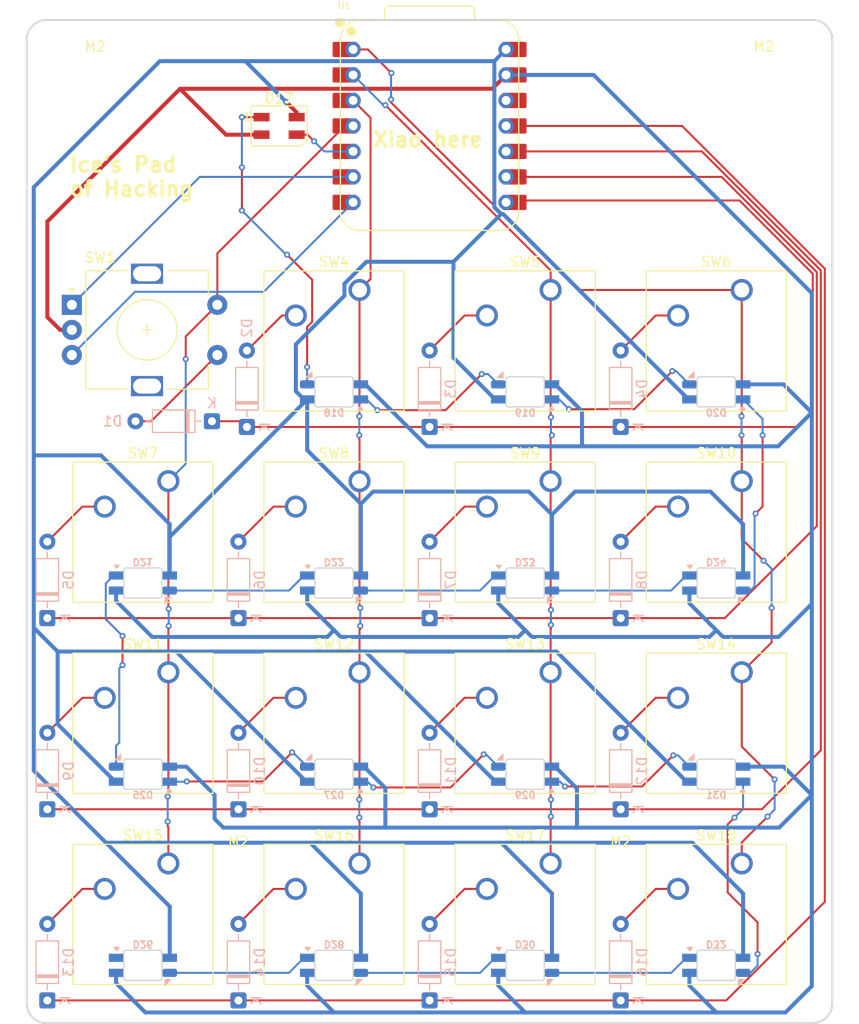
<source format=kicad_pcb>
(kicad_pcb (version 20241229) (generator "pcbnew") (generator_version "9.0")
  (layers (0 "F.Cu" signal) (2 "B.Cu" signal) (13 "F.Paste" user) (15 "B.Paste" user) (5 "F.SilkS" user "F.Silkscreen") (7 "B.SilkS" user "B.Silkscreen") (1 "F.Mask" user) (3 "B.Mask" user) (25 "Edge.Cuts" user))
  (net 0 "")
  (net 1 "Net-(D1-A)")
  (net 2 "Net-(D2-A)")
  (net 3 "Net-(D3-A)")
  (net 4 "Net-(D4-A)")
  (net 5 "Net-(D5-A)")
  (net 6 "Net-(D6-A)")
  (net 7 "Net-(D7-A)")
  (net 8 "Net-(D8-A)")
  (net 9 "Net-(D9-A)")
  (net 10 "Net-(D10-A)")
  (net 11 "Net-(D11-A)")
  (net 12 "Net-(D12-A)")
  (net 13 "Net-(D13-A)")
  (net 14 "Net-(D14-A)")
  (net 15 "Net-(D15-A)")
  (net 16 "Net-(D16-A)")
  (net 17 "+5V")
  (net 18 "GND")
  (net 19 "Net-(D17-DOUT)")
  (net 20 "Net-(D17-DIN)")
  (net 21 "Net-(D18-DOUT)")
  (net 22 "Net-(D19-DOUT)")
  (net 23 "Net-(D20-DOUT)")
  (net 24 "Net-(D21-DOUT)")
  (net 25 "Net-(D21-DIN)")
  (net 26 "Net-(D22-DIN)")
  (net 27 "Net-(D23-DIN)")
  (net 28 "Net-(D25-DOUT)")
  (net 30 "Net-(D26-DIN)")
  (net 31 "Net-(D27-DOUT)")
  (net 32 "Net-(D28-DIN)")
  (net 33 "Net-(D29-DOUT)")
  (net 34 "Net-(D30-DIN)")
  (net 35 "Net-(D31-DOUT)")
  (net 36 "Column-1")
  (net 37 "Net-(U1-GPIO0{slash}TX)")
  (net 38 "Net-(U1-GPIO7{slash}SCL)")
  (net 39 "Column-2")
  (net 40 "Column-3")
  (net 41 "Column-4")
  (net 42 "Row-4")
  (net 44 "Row-3")
  (net 45 "Row-2")
  (net 46 "Row-1")
  (footprint "Button_Switch_Keyboard:SW_Cherry_MX_1.00u_PCB" (layer "F.Cu") (at 157.32125 109.22)
    (property "Reference" "SW12")
    (property "Value" "SW_Push")
  )
  (footprint "MountingHole:MountingHole_2.2mm_M2" (layer "F.Cu") (at 197.64375 50.00625)
    (property "Reference" "M2")
    (property "Value" "MountingHole_2.2mm_M2")
  )
  (footprint "Button_Switch_Keyboard:SW_Cherry_MX_1.00u_PCB" (layer "F.Cu") (at 195.42125 109.22)
    (property "Reference" "SW14")
    (property "Value" "SW_Push")
  )
  (footprint "MountingHole:MountingHole_2.2mm_M2" (layer "F.Cu") (at 145.25625 129.25)
    (property "Reference" "M2")
    (property "Value" "MountingHole_2.2mm_M2")
  )
  (footprint "Button_Switch_Keyboard:SW_Cherry_MX_1.00u_PCB" (layer "F.Cu") (at 176.37125 90.17)
    (property "Reference" "SW9")
    (property "Value" "SW_Push")
  )
  (footprint "Button_Switch_Keyboard:SW_Cherry_MX_1.00u_PCB" (layer "F.Cu") (at 138.27125 90.17)
    (property "Reference" "SW7")
    (property "Value" "SW_Push")
  )
  (footprint "Button_Switch_Keyboard:SW_Cherry_MX_1.00u_PCB" (layer "F.Cu") (at 176.37125 71.12)
    (property "Reference" "SW5")
    (property "Value" "SW_Push")
  )
  (footprint "Button_Switch_Keyboard:SW_Cherry_MX_1.00u_PCB" (layer "F.Cu") (at 195.42125 128.27)
    (property "Reference" "SW18")
    (property "Value" "SW_Push")
  )
  (footprint "Button_Switch_Keyboard:SW_Cherry_MX_1.00u_PCB" (layer "F.Cu") (at 157.32125 90.17)
    (property "Reference" "SW8")
    (property "Value" "SW_Push")
  )
  (footprint "LED_SMD:LED_SK6812MINI_PLCC4_3.5x3.5mm_P1.75mm" (layer "F.Cu") (at 149.30625 54.76875)
    (property "Reference" "D17")
    (property "Value" "SK6812MINI")
  )
  (footprint "Button_Switch_Keyboard:SW_Cherry_MX_1.00u_PCB" (layer "F.Cu") (at 138.27125 109.22)
    (property "Reference" "SW11")
    (property "Value" "SW_Push")
  )
  (footprint "MountingHole:MountingHole_2.2mm_M2" (layer "F.Cu") (at 130.96875 50.00625)
    (property "Reference" "M2")
    (property "Value" "MountingHole_2.2mm_M2")
  )
  (footprint "Button_Switch_Keyboard:SW_Cherry_MX_1.00u_PCB" (layer "F.Cu") (at 195.42125 90.17)
    (property "Reference" "SW10")
    (property "Value" "SW_Push")
  )
  (footprint "Button_Switch_Keyboard:SW_Cherry_MX_1.00u_PCB" (layer "F.Cu") (at 157.32125 128.27)
    (property "Reference" "SW16")
    (property "Value" "SW_Push")
  )
  (footprint "Button_Switch_Keyboard:SW_Cherry_MX_1.00u_PCB" (layer "F.Cu") (at 176.37125 128.27)
    (property "Reference" "SW17")
    (property "Value" "SW_Push")
  )
  (footprint "Button_Switch_Keyboard:SW_Cherry_MX_1.00u_PCB" (layer "F.Cu") (at 157.32125 71.12)
    (property "Reference" "SW4")
    (property "Value" "SW_Push")
  )
  (footprint "Button_Switch_Keyboard:SW_Cherry_MX_1.00u_PCB" (layer "F.Cu") (at 176.37125 109.22)
    (property "Reference" "SW13")
    (property "Value" "SW_Push")
  )
  (footprint "Extra:RotaryEncoder_Alps_EC11E-Switch_Vertical_H20mm" (layer "F.Cu") (at 128.65 72.6)
    (property "Reference" "SW1")
    (property "Value" "RotaryEncoder_Switch")
  )
  (footprint "Button_Switch_Keyboard:SW_Cherry_MX_1.00u_PCB" (layer "F.Cu") (at 195.42125 71.12)
    (property "Reference" "SW6")
    (property "Value" "SW_Push")
  )
  (footprint "Button_Switch_Keyboard:SW_Cherry_MX_1.00u_PCB" (layer "F.Cu") (at 138.27125 128.27)
    (property "Reference" "SW15")
    (property "Value" "SW_Push")
  )
  (footprint "MountingHole:MountingHole_2.2mm_M2" (layer "F.Cu") (at 183.35625 129.25)
    (property "Reference" "M2")
    (property "Value" "MountingHole_2.2mm_M2")
  )
  (footprint "OPL:XIAO-RP2040-DIP" (layer "F.Cu") (at 164.30625 54.76875)
    (property "Reference" "U1")
    (property "Value" "XIAO-RP2040-DIP")
  )
  (footprint "Extra:SK6812-MINI-E" (layer "B.Cu") (at 154.78125 138.425)
    (property "Reference" "D28")
    (property "Value" "SK6812MINI" (hide yes))
    (fp_line (start -1.9 -1.3) (end -1.9 1.3) (stroke (width 0.12)) (layer "Edge.Cuts"))
    (fp_line (start -1.7 1.5) (end 1.7 1.5) (stroke (width 0.12)) (layer "Edge.Cuts"))
    (fp_line (start 1.7 -1.5) (end -1.7 -1.5) (stroke (width 0.12)) (layer "Edge.Cuts"))
    (fp_line (start 1.9 1.3) (end 1.9 -1.3) (stroke (width 0.12)) (layer "Edge.Cuts"))
    (fp_arc (start -1.9 -1.3) (mid -1.841421 -1.441421) (end -1.7 -1.5) (stroke (width 0.12)) (layer "Edge.Cuts"))
    (fp_arc (start -1.7 1.5) (mid -1.841421 1.441421) (end -1.9 1.3) (stroke (width 0.12)) (layer "Edge.Cuts"))
    (fp_arc (start 1.7 -1.5) (mid 1.841421 -1.441421) (end 1.9 -1.3) (stroke (width 0.12)) (layer "Edge.Cuts"))
    (fp_arc (start 1.9 1.3) (mid 1.841421 1.441421) (end 1.7 1.5) (stroke (width 0.12)) (layer "Edge.Cuts"))
  )
  (footprint "Diode_THT:D_DO-35_SOD27_P7.62mm_Horizontal" (layer "B.Cu") (at 126.20625 122.8725 90)
    (property "Reference" "D9")
    (property "Value" "1N4148")
  )
  (footprint "Diode_THT:D_DO-35_SOD27_P7.62mm_Horizontal" (layer "B.Cu") (at 126.20625 141.9225 90)
    (property "Reference" "D13")
    (property "Value" "1N4148")
  )
  (footprint "Extra:SK6812-MINI-E" (layer "B.Cu") (at 154.78125 100.325)
    (property "Reference" "D22")
    (property "Value" "SK6812MINI" (hide yes))
    (fp_line (start -1.9 -1.3) (end -1.9 1.3) (stroke (width 0.12)) (layer "Edge.Cuts"))
    (fp_line (start -1.7 1.5) (end 1.7 1.5) (stroke (width 0.12)) (layer "Edge.Cuts"))
    (fp_line (start 1.7 -1.5) (end -1.7 -1.5) (stroke (width 0.12)) (layer "Edge.Cuts"))
    (fp_line (start 1.9 1.3) (end 1.9 -1.3) (stroke (width 0.12)) (layer "Edge.Cuts"))
    (fp_arc (start -1.9 -1.3) (mid -1.841421 -1.441421) (end -1.7 -1.5) (stroke (width 0.12)) (layer "Edge.Cuts"))
    (fp_arc (start -1.7 1.5) (mid -1.841421 1.441421) (end -1.9 1.3) (stroke (width 0.12)) (layer "Edge.Cuts"))
    (fp_arc (start 1.7 -1.5) (mid 1.841421 -1.441421) (end 1.9 -1.3) (stroke (width 0.12)) (layer "Edge.Cuts"))
    (fp_arc (start 1.9 1.3) (mid 1.841421 1.441421) (end 1.7 1.5) (stroke (width 0.12)) (layer "Edge.Cuts"))
  )
  (footprint "Extra:SK6812-MINI-E" (layer "B.Cu") (at 173.83125 138.425)
    (property "Reference" "D30")
    (property "Value" "SK6812MINI" (hide yes))
    (fp_line (start -1.9 -1.3) (end -1.9 1.3) (stroke (width 0.12)) (layer "Edge.Cuts"))
    (fp_line (start -1.7 1.5) (end 1.7 1.5) (stroke (width 0.12)) (layer "Edge.Cuts"))
    (fp_line (start 1.7 -1.5) (end -1.7 -1.5) (stroke (width 0.12)) (layer "Edge.Cuts"))
    (fp_line (start 1.9 1.3) (end 1.9 -1.3) (stroke (width 0.12)) (layer "Edge.Cuts"))
    (fp_arc (start -1.9 -1.3) (mid -1.841421 -1.441421) (end -1.7 -1.5) (stroke (width 0.12)) (layer "Edge.Cuts"))
    (fp_arc (start -1.7 1.5) (mid -1.841421 1.441421) (end -1.9 1.3) (stroke (width 0.12)) (layer "Edge.Cuts"))
    (fp_arc (start 1.7 -1.5) (mid 1.841421 -1.441421) (end 1.9 -1.3) (stroke (width 0.12)) (layer "Edge.Cuts"))
    (fp_arc (start 1.9 1.3) (mid 1.841421 1.441421) (end 1.7 1.5) (stroke (width 0.12)) (layer "Edge.Cuts"))
  )
  (footprint "Diode_THT:D_DO-35_SOD27_P7.62mm_Horizontal" (layer "B.Cu") (at 145.25625 141.9225 90)
    (property "Reference" "D14")
    (property "Value" "1N4148")
  )
  (footprint "Extra:SK6812-MINI-E" (layer "B.Cu") (at 135.73125 119.375 180)
    (property "Reference" "D25")
    (property "Value" "SK6812MINI" (hide yes))
    (fp_line (start 1.9 1.3) (end 1.9 -1.3) (stroke (width 0.12)) (layer "Edge.Cuts"))
    (fp_line (start 1.7 -1.5) (end -1.7 -1.5) (stroke (width 0.12)) (layer "Edge.Cuts"))
    (fp_line (start -1.7 1.5) (end 1.7 1.5) (stroke (width 0.12)) (layer "Edge.Cuts"))
    (fp_line (start -1.9 -1.3) (end -1.9 1.3) (stroke (width 0.12)) (layer "Edge.Cuts"))
    (fp_arc (start 1.9 1.3) (mid 1.841421 1.441421) (end 1.7 1.5) (stroke (width 0.12)) (layer "Edge.Cuts"))
    (fp_arc (start 1.7 -1.5) (mid 1.841421 -1.441421) (end 1.9 -1.3) (stroke (width 0.12)) (layer "Edge.Cuts"))
    (fp_arc (start -1.7 1.5) (mid -1.841421 1.441421) (end -1.9 1.3) (stroke (width 0.12)) (layer "Edge.Cuts"))
    (fp_arc (start -1.9 -1.3) (mid -1.841421 -1.441421) (end -1.7 -1.5) (stroke (width 0.12)) (layer "Edge.Cuts"))
  )
  (footprint "Diode_THT:D_DO-35_SOD27_P7.62mm_Horizontal" (layer "B.Cu") (at 145.25625 122.8725 90)
    (property "Reference" "D10")
    (property "Value" "1N4148")
  )
  (footprint "Extra:SK6812-MINI-E" (layer "B.Cu") (at 173.83125 100.325)
    (property "Reference" "D23")
    (property "Value" "SK6812MINI" (hide yes))
    (fp_line (start -1.9 -1.3) (end -1.9 1.3) (stroke (width 0.12)) (layer "Edge.Cuts"))
    (fp_line (start -1.7 1.5) (end 1.7 1.5) (stroke (width 0.12)) (layer "Edge.Cuts"))
    (fp_line (start 1.7 -1.5) (end -1.7 -1.5) (stroke (width 0.12)) (layer "Edge.Cuts"))
    (fp_line (start 1.9 1.3) (end 1.9 -1.3) (stroke (width 0.12)) (layer "Edge.Cuts"))
    (fp_arc (start -1.9 -1.3) (mid -1.841421 -1.441421) (end -1.7 -1.5) (stroke (width 0.12)) (layer "Edge.Cuts"))
    (fp_arc (start -1.7 1.5) (mid -1.841421 1.441421) (end -1.9 1.3) (stroke (width 0.12)) (layer "Edge.Cuts"))
    (fp_arc (start 1.7 -1.5) (mid 1.841421 -1.441421) (end 1.9 -1.3) (stroke (width 0.12)) (layer "Edge.Cuts"))
    (fp_arc (start 1.9 1.3) (mid 1.841421 1.441421) (end 1.7 1.5) (stroke (width 0.12)) (layer "Edge.Cuts"))
  )
  (footprint "Extra:SK6812-MINI-E" (layer "B.Cu") (at 173.83125 119.375 180)
    (property "Reference" "D29")
    (property "Value" "SK6812MINI" (hide yes))
    (fp_line (start 1.9 1.3) (end 1.9 -1.3) (stroke (width 0.12)) (layer "Edge.Cuts"))
    (fp_line (start 1.7 -1.5) (end -1.7 -1.5) (stroke (width 0.12)) (layer "Edge.Cuts"))
    (fp_line (start -1.7 1.5) (end 1.7 1.5) (stroke (width 0.12)) (layer "Edge.Cuts"))
    (fp_line (start -1.9 -1.3) (end -1.9 1.3) (stroke (width 0.12)) (layer "Edge.Cuts"))
    (fp_arc (start 1.9 1.3) (mid 1.841421 1.441421) (end 1.7 1.5) (stroke (width 0.12)) (layer "Edge.Cuts"))
    (fp_arc (start 1.7 -1.5) (mid 1.841421 -1.441421) (end 1.9 -1.3) (stroke (width 0.12)) (layer "Edge.Cuts"))
    (fp_arc (start -1.7 1.5) (mid -1.841421 1.441421) (end -1.9 1.3) (stroke (width 0.12)) (layer "Edge.Cuts"))
    (fp_arc (start -1.9 -1.3) (mid -1.841421 -1.441421) (end -1.7 -1.5) (stroke (width 0.12)) (layer "Edge.Cuts"))
  )
  (footprint "Extra:SK6812-MINI-E" (layer "B.Cu") (at 154.78125 81.275 180)
    (property "Reference" "D18")
    (property "Value" "SK6812MINI" (hide yes))
    (fp_line (start 1.9 1.3) (end 1.9 -1.3) (stroke (width 0.12)) (layer "Edge.Cuts"))
    (fp_line (start 1.7 -1.5) (end -1.7 -1.5) (stroke (width 0.12)) (layer "Edge.Cuts"))
    (fp_line (start -1.7 1.5) (end 1.7 1.5) (stroke (width 0.12)) (layer "Edge.Cuts"))
    (fp_line (start -1.9 -1.3) (end -1.9 1.3) (stroke (width 0.12)) (layer "Edge.Cuts"))
    (fp_arc (start 1.9 1.3) (mid 1.841421 1.441421) (end 1.7 1.5) (stroke (width 0.12)) (layer "Edge.Cuts"))
    (fp_arc (start 1.7 -1.5) (mid 1.841421 -1.441421) (end 1.9 -1.3) (stroke (width 0.12)) (layer "Edge.Cuts"))
    (fp_arc (start -1.7 1.5) (mid -1.841421 1.441421) (end -1.9 1.3) (stroke (width 0.12)) (layer "Edge.Cuts"))
    (fp_arc (start -1.9 -1.3) (mid -1.841421 -1.441421) (end -1.7 -1.5) (stroke (width 0.12)) (layer "Edge.Cuts"))
  )
  (footprint "Extra:SK6812-MINI-E" (layer "B.Cu") (at 192.88125 119.375 180)
    (property "Reference" "D31")
    (property "Value" "SK6812MINI" (hide yes))
    (fp_line (start 1.9 1.3) (end 1.9 -1.3) (stroke (width 0.12)) (layer "Edge.Cuts"))
    (fp_line (start 1.7 -1.5) (end -1.7 -1.5) (stroke (width 0.12)) (layer "Edge.Cuts"))
    (fp_line (start -1.7 1.5) (end 1.7 1.5) (stroke (width 0.12)) (layer "Edge.Cuts"))
    (fp_line (start -1.9 -1.3) (end -1.9 1.3) (stroke (width 0.12)) (layer "Edge.Cuts"))
    (fp_arc (start 1.9 1.3) (mid 1.841421 1.441421) (end 1.7 1.5) (stroke (width 0.12)) (layer "Edge.Cuts"))
    (fp_arc (start 1.7 -1.5) (mid 1.841421 -1.441421) (end 1.9 -1.3) (stroke (width 0.12)) (layer "Edge.Cuts"))
    (fp_arc (start -1.7 1.5) (mid -1.841421 1.441421) (end -1.9 1.3) (stroke (width 0.12)) (layer "Edge.Cuts"))
    (fp_arc (start -1.9 -1.3) (mid -1.841421 -1.441421) (end -1.7 -1.5) (stroke (width 0.12)) (layer "Edge.Cuts"))
  )
  (footprint "Extra:SK6812-MINI-E" (layer "B.Cu") (at 135.73125 138.425)
    (property "Reference" "D26")
    (property "Value" "SK6812MINI" (hide yes))
    (fp_line (start -1.9 -1.3) (end -1.9 1.3) (stroke (width 0.12)) (layer "Edge.Cuts"))
    (fp_line (start -1.7 1.5) (end 1.7 1.5) (stroke (width 0.12)) (layer "Edge.Cuts"))
    (fp_line (start 1.7 -1.5) (end -1.7 -1.5) (stroke (width 0.12)) (layer "Edge.Cuts"))
    (fp_line (start 1.9 1.3) (end 1.9 -1.3) (stroke (width 0.12)) (layer "Edge.Cuts"))
    (fp_arc (start -1.9 -1.3) (mid -1.841421 -1.441421) (end -1.7 -1.5) (stroke (width 0.12)) (layer "Edge.Cuts"))
    (fp_arc (start -1.7 1.5) (mid -1.841421 1.441421) (end -1.9 1.3) (stroke (width 0.12)) (layer "Edge.Cuts"))
    (fp_arc (start 1.7 -1.5) (mid 1.841421 -1.441421) (end 1.9 -1.3) (stroke (width 0.12)) (layer "Edge.Cuts"))
    (fp_arc (start 1.9 1.3) (mid 1.841421 1.441421) (end 1.7 1.5) (stroke (width 0.12)) (layer "Edge.Cuts"))
  )
  (footprint "Extra:SK6812-MINI-E" (layer "B.Cu") (at 192.88125 138.425)
    (property "Reference" "D32")
    (property "Value" "SK6812MINI" (hide yes))
    (fp_line (start -1.9 -1.3) (end -1.9 1.3) (stroke (width 0.12)) (layer "Edge.Cuts"))
    (fp_line (start -1.7 1.5) (end 1.7 1.5) (stroke (width 0.12)) (layer "Edge.Cuts"))
    (fp_line (start 1.7 -1.5) (end -1.7 -1.5) (stroke (width 0.12)) (layer "Edge.Cuts"))
    (fp_line (start 1.9 1.3) (end 1.9 -1.3) (stroke (width 0.12)) (layer "Edge.Cuts"))
    (fp_arc (start -1.9 -1.3) (mid -1.841421 -1.441421) (end -1.7 -1.5) (stroke (width 0.12)) (layer "Edge.Cuts"))
    (fp_arc (start -1.7 1.5) (mid -1.841421 1.441421) (end -1.9 1.3) (stroke (width 0.12)) (layer "Edge.Cuts"))
    (fp_arc (start 1.7 -1.5) (mid 1.841421 -1.441421) (end 1.9 -1.3) (stroke (width 0.12)) (layer "Edge.Cuts"))
    (fp_arc (start 1.9 1.3) (mid 1.841421 1.441421) (end 1.7 1.5) (stroke (width 0.12)) (layer "Edge.Cuts"))
  )
  (footprint "Diode_THT:D_DO-35_SOD27_P7.62mm_Horizontal" (layer "B.Cu") (at 146.1 84.7725 90)
    (property "Reference" "D2")
    (property "Value" "1N4148")
  )
  (footprint "Diode_THT:D_DO-35_SOD27_P7.62mm_Horizontal" (layer "B.Cu") (at 126.20625 103.8225 90)
    (property "Reference" "D5")
    (property "Value" "1N4148")
  )
  (footprint "Extra:SK6812-MINI-E" (layer "B.Cu") (at 192.88125 81.275 180)
    (property "Reference" "D20")
    (property "Value" "SK6812MINI" (hide yes))
    (fp_line (start 1.9 1.3) (end 1.9 -1.3) (stroke (width 0.12)) (layer "Edge.Cuts"))
    (fp_line (start 1.7 -1.5) (end -1.7 -1.5) (stroke (width 0.12)) (layer "Edge.Cuts"))
    (fp_line (start -1.7 1.5) (end 1.7 1.5) (stroke (width 0.12)) (layer "Edge.Cuts"))
    (fp_line (start -1.9 -1.3) (end -1.9 1.3) (stroke (width 0.12)) (layer "Edge.Cuts"))
    (fp_arc (start 1.9 1.3) (mid 1.841421 1.441421) (end 1.7 1.5) (stroke (width 0.12)) (layer "Edge.Cuts"))
    (fp_arc (start 1.7 -1.5) (mid 1.841421 -1.441421) (end 1.9 -1.3) (stroke (width 0.12)) (layer "Edge.Cuts"))
    (fp_arc (start -1.7 1.5) (mid -1.841421 1.441421) (end -1.9 1.3) (stroke (width 0.12)) (layer "Edge.Cuts"))
    (fp_arc (start -1.9 -1.3) (mid -1.841421 -1.441421) (end -1.7 -1.5) (stroke (width 0.12)) (layer "Edge.Cuts"))
  )
  (footprint "Diode_THT:D_DO-35_SOD27_P7.62mm_Horizontal" (layer "B.Cu") (at 142.61 84.2 180)
    (property "Reference" "D1")
    (property "Value" "1N4148")
  )
  (footprint "Diode_THT:D_DO-35_SOD27_P7.62mm_Horizontal" (layer "B.Cu") (at 183.35625 141.9225 90)
    (property "Reference" "D16")
    (property "Value" "1N4148")
  )
  (footprint "Extra:SK6812-MINI-E" (layer "B.Cu") (at 135.73125 100.325)
    (property "Reference" "D21")
    (property "Value" "SK6812MINI" (hide yes))
    (fp_line (start -1.9 -1.3) (end -1.9 1.3) (stroke (width 0.12)) (layer "Edge.Cuts"))
    (fp_line (start -1.7 1.5) (end 1.7 1.5) (stroke (width 0.12)) (layer "Edge.Cuts"))
    (fp_line (start 1.7 -1.5) (end -1.7 -1.5) (stroke (width 0.12)) (layer "Edge.Cuts"))
    (fp_line (start 1.9 1.3) (end 1.9 -1.3) (stroke (width 0.12)) (layer "Edge.Cuts"))
    (fp_arc (start -1.9 -1.3) (mid -1.841421 -1.441421) (end -1.7 -1.5) (stroke (width 0.12)) (layer "Edge.Cuts"))
    (fp_arc (start -1.7 1.5) (mid -1.841421 1.441421) (end -1.9 1.3) (stroke (width 0.12)) (layer "Edge.Cuts"))
    (fp_arc (start 1.7 -1.5) (mid 1.841421 -1.441421) (end 1.9 -1.3) (stroke (width 0.12)) (layer "Edge.Cuts"))
    (fp_arc (start 1.9 1.3) (mid 1.841421 1.441421) (end 1.7 1.5) (stroke (width 0.12)) (layer "Edge.Cuts"))
  )
  (footprint "Extra:SK6812-MINI-E" (layer "B.Cu") (at 192.88125 100.325)
    (property "Reference" "D24")
    (property "Value" "SK6812MINI" (hide yes))
    (fp_line (start -1.9 -1.3) (end -1.9 1.3) (stroke (width 0.12)) (layer "Edge.Cuts"))
    (fp_line (start -1.7 1.5) (end 1.7 1.5) (stroke (width 0.12)) (layer "Edge.Cuts"))
    (fp_line (start 1.7 -1.5) (end -1.7 -1.5) (stroke (width 0.12)) (layer "Edge.Cuts"))
    (fp_line (start 1.9 1.3) (end 1.9 -1.3) (stroke (width 0.12)) (layer "Edge.Cuts"))
    (fp_arc (start -1.9 -1.3) (mid -1.841421 -1.441421) (end -1.7 -1.5) (stroke (width 0.12)) (layer "Edge.Cuts"))
    (fp_arc (start -1.7 1.5) (mid -1.841421 1.441421) (end -1.9 1.3) (stroke (width 0.12)) (layer "Edge.Cuts"))
    (fp_arc (start 1.7 -1.5) (mid 1.841421 -1.441421) (end 1.9 -1.3) (stroke (width 0.12)) (layer "Edge.Cuts"))
    (fp_arc (start 1.9 1.3) (mid 1.841421 1.441421) (end 1.7 1.5) (stroke (width 0.12)) (layer "Edge.Cuts"))
  )
  (footprint "Diode_THT:D_DO-35_SOD27_P7.62mm_Horizontal" (layer "B.Cu") (at 164.30625 141.9225 90)
    (property "Reference" "D15")
    (property "Value" "1N4148")
  )
  (footprint "Diode_THT:D_DO-35_SOD27_P7.62mm_Horizontal" (layer "B.Cu") (at 164.30625 122.8725 90)
    (property "Reference" "D11")
    (property "Value" "1N4148")
  )
  (footprint "Extra:SK6812-MINI-E" (layer "B.Cu") (at 173.83125 81.275 180)
    (property "Reference" "D19")
    (property "Value" "SK6812MINI" (hide yes))
    (fp_line (start 1.9 1.3) (end 1.9 -1.3) (stroke (width 0.12)) (layer "Edge.Cuts"))
    (fp_line (start 1.7 -1.5) (end -1.7 -1.5) (stroke (width 0.12)) (layer "Edge.Cuts"))
    (fp_line (start -1.7 1.5) (end 1.7 1.5) (stroke (width 0.12)) (layer "Edge.Cuts"))
    (fp_line (start -1.9 -1.3) (end -1.9 1.3) (stroke (width 0.12)) (layer "Edge.Cuts"))
    (fp_arc (start 1.9 1.3) (mid 1.841421 1.441421) (end 1.7 1.5) (stroke (width 0.12)) (layer "Edge.Cuts"))
    (fp_arc (start 1.7 -1.5) (mid 1.841421 -1.441421) (end 1.9 -1.3) (stroke (width 0.12)) (layer "Edge.Cuts"))
    (fp_arc (start -1.7 1.5) (mid -1.841421 1.441421) (end -1.9 1.3) (stroke (width 0.12)) (layer "Edge.Cuts"))
    (fp_arc (start -1.9 -1.3) (mid -1.841421 -1.441421) (end -1.7 -1.5) (stroke (width 0.12)) (layer "Edge.Cuts"))
  )
  (footprint "Diode_THT:D_DO-35_SOD27_P7.62mm_Horizontal" (layer "B.Cu") (at 183.35625 103.8225 90)
    (property "Reference" "D8")
    (property "Value" "1N4148")
  )
  (footprint "Extra:SK6812-MINI-E" (layer "B.Cu") (at 154.78125 119.375 180)
    (property "Reference" "D27")
    (property "Value" "SK6812MINI" (hide yes))
    (fp_line (start 1.9 1.3) (end 1.9 -1.3) (stroke (width 0.12)) (layer "Edge.Cuts"))
    (fp_line (start 1.7 -1.5) (end -1.7 -1.5) (stroke (width 0.12)) (layer "Edge.Cuts"))
    (fp_line (start -1.7 1.5) (end 1.7 1.5) (stroke (width 0.12)) (layer "Edge.Cuts"))
    (fp_line (start -1.9 -1.3) (end -1.9 1.3) (stroke (width 0.12)) (layer "Edge.Cuts"))
    (fp_arc (start 1.9 1.3) (mid 1.841421 1.441421) (end 1.7 1.5) (stroke (width 0.12)) (layer "Edge.Cuts"))
    (fp_arc (start 1.7 -1.5) (mid 1.841421 -1.441421) (end 1.9 -1.3) (stroke (width 0.12)) (layer "Edge.Cuts"))
    (fp_arc (start -1.7 1.5) (mid -1.841421 1.441421) (end -1.9 1.3) (stroke (width 0.12)) (layer "Edge.Cuts"))
    (fp_arc (start -1.9 -1.3) (mid -1.841421 -1.441421) (end -1.7 -1.5) (stroke (width 0.12)) (layer "Edge.Cuts"))
  )
  (footprint "Diode_THT:D_DO-35_SOD27_P7.62mm_Horizontal" (layer "B.Cu") (at 145.25625 103.8225 90)
    (property "Reference" "D6")
    (property "Value" "1N4148")
  )
  (footprint "Diode_THT:D_DO-35_SOD27_P7.62mm_Horizontal" (layer "B.Cu") (at 183.35625 122.8725 90)
    (property "Reference" "D12")
    (property "Value" "1N4148")
  )
  (footprint "Diode_THT:D_DO-35_SOD27_P7.62mm_Horizontal" (layer "B.Cu") (at 183.35625 84.7725 90)
    (property "Reference" "D4")
    (property "Value" "1N4148")
  )
  (footprint "Diode_THT:D_DO-35_SOD27_P7.62mm_Horizontal" (layer "B.Cu") (at 164.30625 84.7725 90)
    (property "Reference" "D3")
    (property "Value" "1N4148")
  )
  (footprint "Diode_THT:D_DO-35_SOD27_P7.62mm_Horizontal" (layer "B.Cu") (at 164.30625 103.8225 90)
    (property "Reference" "D7")
    (property "Value" "1N4148")
  )
  (gr_arc (start 126.15 144.2) (mid 124.735786 143.614214) (end 124.15 142.2) (stroke (width 0.2)) (layer "Edge.Cuts"))
  (gr_line (start 202.45 144.2) (end 126.15 144.2) (stroke (width 0.2)) (layer "Edge.Cuts"))
  (gr_arc (start 124.15 46.2) (mid 124.735786 44.785786) (end 126.15 44.2) (stroke (width 0.2)) (layer "Edge.Cuts"))
  (gr_line (start 126.15 44.2) (end 202.45 44.2) (stroke (width 0.2)) (layer "Edge.Cuts"))
  (gr_line (start 204.45 46.2) (end 204.45 142.2) (stroke (width 0.2)) (layer "Edge.Cuts"))
  (gr_arc (start 204.45 142.2) (mid 203.864214 143.614214) (end 202.45 144.2) (stroke (width 0.2)) (layer "Edge.Cuts"))
  (gr_line (start 124.15 142.2) (end 124.15 46.2) (stroke (width 0.2)) (layer "Edge.Cuts"))
  (gr_arc (start 202.45 44.2) (mid 203.864214 44.785786) (end 204.45 46.2) (stroke (width 0.2)) (layer "Edge.Cuts"))
  (gr_text "Ice's Pad \nof Hacking" (at 128.3 61.9125 0) (layer "F.SilkS") (effects (font (size 1.5 1.5) (thickness 0.3) (bold yes)) (justify left bottom)))
  (gr_text "Xiao here" (at 158.5 57 0) (layer "F.SilkS") (effects (font (size 1.5 1.5) (thickness 0.3) (bold yes)) (justify left bottom)))
  (segment (start 136.55 84.2) (end 143.15 77.6) (width 0.2) (layer "F.Cu") (net 1))
  (segment (start 134.99 84.2) (end 136.55 84.2) (width 0.2) (layer "F.Cu") (net 1))
  (segment (start 149.5925 73.66) (end 146.1 77.1525) (width 0.2) (layer "F.Cu") (net 2))
  (segment (start 150.97125 73.66) (end 149.5925 73.66) (width 0.2) (layer "F.Cu") (net 2))
  (segment (start 167.79875 73.66) (end 164.30625 77.1525) (width 0.2) (layer "F.Cu") (net 3))
  (segment (start 170.02125 73.66) (end 167.79875 73.66) (width 0.2) (layer "F.Cu") (net 3))
  (segment (start 186.84875 73.66) (end 183.35625 77.1525) (width 0.2) (layer "F.Cu") (net 4))
  (segment (start 189.07125 73.66) (end 186.84875 73.66) (width 0.2) (layer "F.Cu") (net 4))
  (segment (start 129.69875 92.71) (end 126.20625 96.2025) (width 0.2) (layer "F.Cu") (net 5))
  (segment (start 131.92125 92.71) (end 129.69875 92.71) (width 0.2) (layer "F.Cu") (net 5))
  (segment (start 148.74875 92.71) (end 145.25625 96.2025) (width 0.2) (layer "F.Cu") (net 6))
  (segment (start 150.97125 92.71) (end 148.74875 92.71) (width 0.2) (layer "F.Cu") (net 6))
  (segment (start 167.79875 92.71) (end 164.30625 96.2025) (width 0.2) (layer "F.Cu") (net 7))
  (segment (start 170.02125 92.71) (end 167.79875 92.71) (width 0.2) (layer "F.Cu") (net 7))
  (segment (start 189.07125 92.71) (end 186.84875 92.71) (width 0.2) (layer "F.Cu") (net 8))
  (segment (start 186.84875 92.71) (end 183.35625 96.2025) (width 0.2) (layer "F.Cu") (net 8))
  (segment (start 129.69875 111.76) (end 126.20625 115.2525) (width 0.2) (layer "F.Cu") (net 9))
  (segment (start 131.92125 111.76) (end 129.69875 111.76) (width 0.2) (layer "F.Cu") (net 9))
  (segment (start 150.97125 111.76) (end 148.74875 111.76) (width 0.2) (layer "F.Cu") (net 10))
  (segment (start 148.74875 111.76) (end 145.25625 115.2525) (width 0.2) (layer "F.Cu") (net 10))
  (segment (start 164.30625 115.2525) (end 167.79875 111.76) (width 0.2) (layer "F.Cu") (net 11))
  (segment (start 167.79875 111.76) (end 170.02125 111.76) (width 0.2) (layer "F.Cu") (net 11))
  (segment (start 183.35625 115.2525) (end 186.84875 111.76) (width 0.2) (layer "F.Cu") (net 12))
  (segment (start 186.84875 111.76) (end 189.07125 111.76) (width 0.2) (layer "F.Cu") (net 12))
  (segment (start 129.69875 130.81) (end 126.20625 134.3025) (width 0.2) (layer "F.Cu") (net 13))
  (segment (start 131.92125 130.81) (end 129.69875 130.81) (width 0.2) (layer "F.Cu") (net 13))
  (segment (start 148.74875 130.81) (end 145.25625 134.3025) (width 0.2) (layer "F.Cu") (net 14))
  (segment (start 150.97125 130.81) (end 148.74875 130.81) (width 0.2) (layer "F.Cu") (net 14))
  (segment (start 170.02125 130.81) (end 167.79875 130.81) (width 0.2) (layer "F.Cu") (net 15))
  (segment (start 167.79875 130.81) (end 164.30625 134.3025) (width 0.2) (layer "F.Cu") (net 15))
  (segment (start 189.07125 130.81) (end 186.84875 130.81) (width 0.2) (layer "F.Cu") (net 16))
  (segment (start 186.84875 130.81) (end 183.35625 134.3025) (width 0.2) (layer "F.Cu") (net 16))
  (segment (start 151.05625 53.89375) (end 151.05625 53.425) (width 0.4) (layer "F.Cu") (net 17))
  (segment (start 151.05625 53.425) (end 150.01875 52.3875) (width 0.4) (layer "F.Cu") (net 17))
  (via (at 150.01875 52.3875) (size 0.6) (drill 0.3) (layers "F.Cu" "B.Cu") (net 17))
  (segment (start 190.118556 82.025) (end 171.645306 63.55175) (width 0.4) (layer "B.Cu") (net 17))
  (segment (start 176.50625 131.2625) (end 171.45 126.20625) (width 0.4) (layer "B.Cu") (net 17))
  (segment (start 176.50625 137.675) (end 176.50625 131.2625) (width 0.4) (layer "B.Cu") (net 17))
  (segment (start 152.4 126.20625) (end 171.45 126.20625) (width 0.4) (layer "B.Cu") (net 17))
  (segment (start 166.6875 77.87125) (end 166.6875 68.308769) (width 0.4) (layer "B.Cu") (net 17))
  (segment (start 151.79125 82.025) (end 150.98025 81.214) (width 0.4) (layer "B.Cu") (net 17))
  (segment (start 152.10625 87.077735) (end 152.10625 82.025) (width 0.4) (layer "B.Cu") (net 17))
  (segment (start 137.42575 48.31175) (end 124.851 60.8865) (width 0.4) (layer "B.Cu") (net 17))
  (segment (start 157.45625 92.427735) (end 158.674985 91.209) (width 0.4) (layer "B.Cu") (net 17))
  (segment (start 170.84125 82.025) (end 166.6875 77.87125) (width 0.4) (layer "B.Cu") (net 17))
  (segment (start 124.851 60.8865) (end 124.851 61.9125) (width 0.4) (layer "B.Cu") (net 17))
  (segment (start 124.851 87.6) (end 124.851 104.775) (width 0.4) (layer "B.Cu") (net 17))
  (segment (start 152.018556 120.125) (end 139.049806 107.15625) (width 0.4) (layer "B.Cu") (net 17))
  (segment (start 150.98025 81.214) (end 150.98025 76.534763) (width 0.4) (layer "B.Cu") (net 17))
  (segment (start 195.55625 137.675) (end 195.55625 131.2625) (width 0.4) (layer "B.Cu") (net 17))
  (segment (start 158.009746 68.308769) (end 166.6875 68.308769) (width 0.4) (layer "B.Cu") (net 17))
  (segment (start 133.05625 120.125) (end 132.968556 120.125) (width 0.4) (layer "B.Cu") (net 17))
  (segment (start 190.20625 120.125) (end 189.927222 120.125) (width 0.4) (layer "B.Cu") (net 17))
  (segment (start 195.55625 94.458763) (end 195.55625 99.575) (width 0.4) (layer "B.Cu") (net 17))
  (segment (start 139.049806 107.15625) (end 138.1125 107.15625) (width 0.4) (layer "B.Cu") (net 17))
  (segment (start 152.10625 120.125) (end 152.018556 120.125) (width 0.4) (layer "B.Cu") (net 17))
  (segment (start 176.958472 107.15625) (end 157.1625 107.15625) (width 0.4) (layer "B.Cu") (net 17))
  (segment (start 132.053737 126.20625) (end 152.4 126.20625) (width 0.4) (layer "B.Cu") (net 17))
  (segment (start 170.76325 48.31175) (end 145.25625 48.31175) (width 0.4) (layer "B.Cu") (net 17))
  (segment (start 171.15625 82.025) (end 170.84125 82.025) (width 0.4) (layer "B.Cu") (net 17))
  (segment (start 124.851 104.775) (end 124.851 119.003513) (width 0.4) (layer "B.Cu") (net 17))
  (segment (start 166.6875 68.308769) (end 171.444519 63.55175) (width 0.4) (layer "B.Cu") (net 17))
  (segment (start 171.444519 63.55175) (end 170.76325 62.870481) (width 0.4) (layer "B.Cu") (net 17))
  (segment (start 192.306487 91.209) (end 195.55625 94.458763) (width 0.4) (layer "B.Cu") (net 17))
  (segment (start 195.55625 131.2625) (end 190.5 126.20625) (width 0.4) (layer "B.Cu") (net 17))
  (segment (start 150.01875 52.3875) (end 145.943 48.31175) (width 0.4) (layer "B.Cu") (net 17))
  (segment (start 124.851 104.775) (end 127.23225 107.15625) (width 0.4) (layer "B.Cu") (net 17))
  (segment (start 127.23225 114.388694) (end 127.23225 107.15625) (width 0.4) (layer "B.Cu") (net 17))
  (segment (start 171.645306 63.55175) (end 171.444519 63.55175) (width 0.4) (layer "B.Cu") (net 17))
  (segment (start 176.50625 93.50625) (end 178.8035 91.209) (width 0.4) (layer "B.Cu") (net 17))
  (segment (start 174.209 91.209) (end 176.50625 93.50625) (width 0.4) (layer "B.Cu") (net 17))
  (segment (start 170.76325 62.870481) (end 170.76325 48.31175) (width 0.4) (layer "B.Cu") (net 17))
  (segment (start 176.50625 93.50625) (end 176.50625 99.575) (width 0.4) (layer "B.Cu") (net 17))
  (segment (start 171.15625 120.125) (end 170.877221 120.125) (width 0.4) (layer "B.Cu") (net 17))
  (segment (start 124.851 61.9125) (end 124.851 87.6) (width 0.4) (layer "B.Cu") (net 17))
  (segment (start 138.40625 94.458763) (end 131.547487 87.6) (width 0.4) (layer "B.Cu") (net 17))
  (segment (start 138.40625 95.725) (end 152.10625 82.025) (width 0.4) (layer "B.Cu") (net 17))
  (segment (start 157.45625 92.427735) (end 152.10625 87.077735) (width 0.4) (layer "B.Cu") (net 17))
  (segment (start 171.92625 47.14875) (end 170.76325 48.31175) (width 0.4) (layer "B.Cu") (net 17))
  (segment (start 170.877221 120.125) (end 157.908471 107.15625) (width 0.4) (layer "B.Cu") (net 17))
  (segment (start 157.908471 107.15625) (end 157.1625 107.15625) (width 0.4) (layer "B.Cu") (net 17))
  (segment (start 124.851 119.003513) (end 132.053737 126.20625) (width 0.4) (layer "B.Cu") (net 17))
  (segment (start 155.82025 70.498265) (end 158.009746 68.308769) (width 0.4) (layer "B.Cu") (net 17))
  (segment (start 158.674985 91.209) (end 174.209 91.209) (width 0.4) (layer "B.Cu") (net 17))
  (segment (start 157.45625 99.575) (end 157.45625 92.427735) (width 0.4) (layer "B.Cu") (net 17))
  (segment (start 138.40625 137.675) (end 138.40625 132.558763) (width 0.4) (layer "B.Cu") (net 17))
  (segment (start 138.1125 107.15625) (end 157.1625 107.15625) (width 0.4) (layer "B.Cu") (net 17))
  (segment (start 138.40625 95.725) (end 138.40625 94.458763) (width 0.4) (layer "B.Cu") (net 17))
  (segment (start 145.25625 48.31175) (end 137.42575 48.31175) (width 0.4) (layer "B.Cu") (net 17))
  (segment (start 150.98025 76.534763) (end 155.82025 71.694763) (width 0.4) (layer "B.Cu") (net 17))
  (segment (start 157.45625 131.2625) (end 152.4 126.20625) (width 0.4) (layer "B.Cu") (net 17))
  (segment (start 145.943 48.31175) (end 145.25625 48.31175) (width 0.4) (layer "B.Cu") (net 17))
  (segment (start 171.45 126.20625) (end 190.5 126.20625) (width 0.4) (layer "B.Cu") (net 17))
  (segment (start 127.23225 107.15625) (end 138.1125 107.15625) (width 0.4) (layer "B.Cu") (net 17))
  (segment (start 138.40625 99.575) (end 138.40625 95.725) (width 0.4) (layer "B.Cu") (net 17))
  (segment (start 189.927222 120.125) (end 176.958472 107.15625) (width 0.4) (layer "B.Cu") (net 17))
  (segment (start 132.968556 120.125) (end 127.23225 114.388694) (width 0.4) (layer "B.Cu") (net 17))
  (segment (start 190.20625 82.025) (end 190.118556 82.025) (width 0.4) (layer "B.Cu") (net 17))
  (segment (start 131.547487 87.6) (end 124.851 87.6) (width 0.4) (layer "B.Cu") (net 17))
  (segment (start 152.10625 82.025) (end 151.79125 82.025) (width 0.4) (layer "B.Cu") (net 17))
  (segment (start 138.40625 132.558763) (end 132.053737 126.20625) (width 0.4) (layer "B.Cu") (net 17))
  (segment (start 155.82025 71.694763) (end 155.82025 70.498265) (width 0.4) (layer "B.Cu") (net 17))
  (segment (start 178.8035 91.209) (end 192.306487 91.209) (width 0.4) (layer "B.Cu") (net 17))
  (segment (start 157.45625 137.675) (end 157.45625 131.2625) (width 0.4) (layer "B.Cu") (net 17))
  (segment (start 144.01225 55.64375) (end 139.43425 51.06575) (width 0.4) (layer "F.Cu") (net 18))
  (segment (start 127.4875 75.1) (end 128.65 75.1) (width 0.4) (layer "F.Cu") (net 18))
  (segment (start 126.20625 73.81875) (end 127.4875 75.1) (width 0.4) (layer "F.Cu") (net 18))
  (segment (start 126.20625 64.29375) (end 126.20625 73.81875) (width 0.4) (layer "F.Cu") (net 18))
  (segment (start 147.55625 55.64375) (end 144.01225 55.64375) (width 0.4) (layer "F.Cu") (net 18))
  (segment (start 171.92625 49.68875) (end 170.54925 51.06575) (width 0.4) (layer "F.Cu") (net 18))
  (segment (start 170.54925 51.06575) (end 139.43425 51.06575) (width 0.4) (layer "F.Cu") (net 18))
  (segment (start 139.43425 51.06575) (end 126.20625 64.29375) (width 0.4) (layer "F.Cu") (net 18))
  (segment (start 190.20625 101.075) (end 190.20625 102.3485) (width 0.4) (layer "B.Cu") (net 18))
  (segment (start 152.10625 101.075) (end 152.10625 102.3485) (width 0.4) (layer "B.Cu") (net 18))
  (segment (start 179.5 83.20375) (end 179.5 86.7) (width 0.4) (layer "B.Cu") (net 18))
  (segment (start 195.55625 118.625) (end 199.5875 118.625) (width 0.4) (layer "B.Cu") (net 18))
  (segment (start 142.875 123.825) (end 142.875 121.44375) (width 0.4) (layer "B.Cu") (net 18))
  (segment (start 180.6575 49.68875) (end 171.92625 49.68875) (width 0.4) (layer "B.Cu") (net 18))
  (segment (start 199.15 124.7) (end 179 124.7) (width 0.4) (layer "B.Cu") (net 18))
  (segment (start 202.40625 83.34375) (end 199.05 86.7) (width 0.4) (layer "B.Cu") (net 18))
  (segment (start 199.5875 118.625) (end 202.40625 121.44375) (width 0.4) (layer "B.Cu") (net 18))
  (segment (start 152.10625 102.3485) (end 154.78125 105.0235) (width 0.4) (layer "B.Cu") (net 18))
  (segment (start 159.9 120.75375) (end 159.9 124.7) (width 0.4) (layer "B.Cu") (net 18))
  (segment (start 154.10475 105.7) (end 136.65625 105.7) (width 0.4) (layer "B.Cu") (net 18))
  (segment (start 179 124.7) (end 159.9 124.7) (width 0.4) (layer "B.Cu") (net 18))
  (segment (start 176.50625 80.525) (end 176.82125 80.525) (width 0.4) (layer "B.Cu") (net 18))
  (segment (start 174.50775 105.7) (end 173.83125 105.0235) (width 0.4) (layer "B.Cu") (net 18))
  (segment (start 171.15625 139.175) (end 171.15625 140.4485) (width 0.4) (layer "B.Cu") (net 18))
  (segment (start 202.40625 83.34375) (end 202.40625 71.4375) (width 0.4) (layer "B.Cu") (net 18))
  (segment (start 133.05625 140.2) (end 135.97975 143.1235) (width 0.4) (layer "B.Cu") (net 18))
  (segment (start 154.78125 143.1235) (end 173.83125 143.1235) (width 0.4) (layer "B.Cu") (net 18))
  (segment (start 190.20625 139.175) (end 190.20625 140.4485) (width 0.4) (layer "B.Cu") (net 18))
  (segment (start 133.05625 102.1) (end 133.05625 101.075) (width 0.4) (layer "B.Cu") (net 18))
  (segment (start 202.40625 71.4375) (end 180.6575 49.68875) (width 0.4) (layer "B.Cu") (net 18))
  (segment (start 157.89325 80.525) (end 157.45625 80.525) (width 0.4) (layer "B.Cu") (net 18))
  (segment (start 202.40625 140.49375) (end 202.40625 121.44375) (width 0.4) (layer "B.Cu") (net 18))
  (segment (start 179.5 86.7) (end 164.06825 86.7) (width 0.4) (layer "B.Cu") (net 18))
  (segment (start 157.77125 118.625) (end 159.9 120.75375) (width 0.4) (layer "B.Cu") (net 18))
  (segment (start 195.55625 80.525) (end 199.5875 80.525) (width 0.4) (layer "B.Cu") (net 18))
  (segment (start 176.50625 118.625) (end 176.82125 118.625) (width 0.4) (layer "B.Cu") (net 18))
  (segment (start 199.05 86.7) (end 179.5 86.7) (width 0.4) (layer "B.Cu") (net 18))
  (segment (start 202.40625 121.44375) (end 199.15 124.7) (width 0.4) (layer "B.Cu") (net 18))
  (segment (start 173.83125 143.1235) (end 192.88125 143.1235) (width 0.4) (layer "B.Cu") (net 18))
  (segment (start 140.05625 118.625) (end 138.40625 118.625) (width 0.4) (layer "B.Cu") (net 18))
  (segment (start 157.45625 118.625) (end 157.77125 118.625) (width 0.4) (layer "B.Cu") (net 18))
  (segment (start 202.40625 102.39375) (end 202.40625 83.34375) (width 0.4) (layer "B.Cu") (net 18))
  (segment (start 173.83125 105.0235) (end 173.15475 105.7) (width 0.4) (layer "B.Cu") (net 18))
  (segment (start 179 120.80375) (end 179 124.7) (width 0.4) (layer "B.Cu") (net 18))
  (segment (start 152.10625 139.175) (end 152.10625 140.4485) (width 0.4) (layer "B.Cu") (net 18))
  (segment (start 171.15625 101.075) (end 171.15625 102.3485) (width 0.4) (layer "B.Cu") (net 18))
  (segment (start 136.65625 105.7) (end 133.05625 102.1) (width 0.4) (layer "B.Cu") (net 18))
  (segment (start 135.97975 143.1235) (end 154.78125 143.1235) (width 0.4) (layer "B.Cu") (net 18))
  (segment (start 193.55775 105.7) (end 192.88125 105.0235) (width 0.4) (layer "B.Cu") (net 18))
  (segment (start 190.20625 102.3485) (end 192.88125 105.0235) (width 0.4) (layer "B.Cu") (net 18))
  (segment (start 173.15475 105.7) (end 155.45775 105.7) (width 0.4) (layer "B.Cu") (net 18))
  (segment (start 176.82125 80.525) (end 179.5 83.20375) (width 0.4) (layer "B.Cu") (net 18))
  (segment (start 192.20475 105.7) (end 174.50775 105.7) (width 0.4) (layer "B.Cu") (net 18))
  (segment (start 155.45775 105.7) (end 154.78125 105.0235) (width 0.4) (layer "B.Cu") (net 18))
  (segment (start 171.15625 140.4485) (end 173.83125 143.1235) (width 0.4) (layer "B.Cu") (net 18))
  (segment (start 154.78125 105.0235) (end 154.10475 105.7) (width 0.4) (layer "B.Cu") (net 18))
  (segment (start 202.40625 121.44375) (end 202.40625 102.39375) (width 0.4) (layer "B.Cu") (net 18))
  (segment (start 143.75 124.7) (end 142.875 123.825) (width 0.4) (layer "B.Cu") (net 18))
  (segment (start 199.7765 143.1235) (end 202.40625 140.49375) (width 0.4) (layer "B.Cu") (net 18))
  (segment (start 164.06825 86.7) (end 157.89325 80.525) (width 0.4) (layer "B.Cu") (net 18))
  (segment (start 199.5875 80.525) (end 202.40625 83.34375) (width 0.4) (layer "B.Cu") (net 18))
  (segment (start 199.1 105.7) (end 193.55775 105.7) (width 0.4) (layer "B.Cu") (net 18))
  (segment (start 133.05625 139.175) (end 133.05625 140.2) (width 0.4) (layer "B.Cu") (net 18))
  (segment (start 152.10625 140.4485) (end 154.78125 143.1235) (width 0.4) (layer "B.Cu") (net 18))
  (segment (start 192.88125 105.0235) (end 192.20475 105.7) (width 0.4) (layer "B.Cu") (net 18))
  (segment (start 202.40625 102.39375) (end 199.1 105.7) (width 0.4) (layer "B.Cu") (net 18))
  (segment (start 190.20625 140.4485) (end 192.88125 143.1235) (width 0.4) (layer "B.Cu") (net 18))
  (segment (start 171.15625 102.3485) (end 173.83125 105.0235) (width 0.4) (layer "B.Cu") (net 18))
  (segment (start 192.88125 143.1235) (end 199.7765 143.1235) (width 0.4) (layer "B.Cu") (net 18))
  (segment (start 176.82125 118.625) (end 179 120.80375) (width 0.4) (layer "B.Cu") (net 18))
  (segment (start 142.875 121.44375) (end 140.05625 118.625) (width 0.4) (layer "B.Cu") (net 18))
  (segment (start 159.9 124.7) (end 143.75 124.7) (width 0.4) (layer "B.Cu") (net 18))
  (segment (start 145.6 63.2) (end 145.6 58.9) (width 0.2) (layer "F.Cu") (net 19))
  (segment (start 150.1 67.6) (end 152.6 70.1) (width 0.2) (layer "F.Cu") (net 19))
  (segment (start 147.55625 53.89375) (end 145.60625 53.89375) (width 0.2) (layer "F.Cu") (net 19))
  (segment (start 152.6 70.1) (end 152.6 74.3) (width 0.2) (layer "F.Cu") (net 19))
  (segment (start 152.1 74.8) (end 152.1 78.8) (width 0.2) (layer "F.Cu") (net 19))
  (segment (start 145.60625 53.89375) (end 145.6 53.9) (width 0.2) (layer "F.Cu") (net 19))
  (segment (start 152.6 74.3) (end 152.1 74.8) (width 0.2) (layer "F.Cu") (net 19))
  (via (at 150.1 67.6) (size 0.6) (drill 0.3) (layers "F.Cu" "B.Cu") (net 19))
  (via (at 152.1 78.8) (size 0.6) (drill 0.3) (layers "F.Cu" "B.Cu") (net 19))
  (via (at 145.6 58.9) (size 0.6) (drill 0.3) (layers "F.Cu" "B.Cu") (net 19))
  (via (at 145.6 63.2) (size 0.6) (drill 0.3) (layers "F.Cu" "B.Cu") (net 19))
  (via (at 145.6 53.9) (size 0.6) (drill 0.3) (layers "F.Cu" "B.Cu") (net 19))
  (segment (start 145.6 59) (end 145.6 58.9) (width 0.2) (layer "B.Cu") (net 19))
  (segment (start 152.1 80.51875) (end 152.10625 80.525) (width 0.2) (layer "B.Cu") (net 19))
  (segment (start 150 67.6) (end 150.1 67.6) (width 0.2) (layer "B.Cu") (net 19))
  (segment (start 145.6 53.9) (end 145.6 59) (width 0.2) (layer "B.Cu") (net 19))
  (segment (start 152.1 78.8) (end 152.1 80.51875) (width 0.2) (layer "B.Cu") (net 19))
  (segment (start 145.6 63.2) (end 150 67.6) (width 0.2) (layer "B.Cu") (net 19))
  (segment (start 152.14375 55.64375) (end 152.8 56.3) (width 0.2) (layer "F.Cu") (net 20))
  (segment (start 151.05625 55.64375) (end 152.14375 55.64375) (width 0.2) (layer "F.Cu") (net 20))
  (via (at 152.8 56.3) (size 0.6) (drill 0.3) (layers "F.Cu" "B.Cu") (net 20))
  (segment (start 153.80875 57.30875) (end 156.68625 57.30875) (width 0.2) (layer "B.Cu") (net 20))
  (segment (start 152.8 56.3) (end 153.80875 57.30875) (width 0.2) (layer "B.Cu") (net 20))
  (segment (start 159.1 83.1) (end 165.9 83.1) (width 0.2) (layer "F.Cu") (net 21))
  (segment (start 165.9 83.1) (end 169.5 79.5) (width 0.2) (layer "F.Cu") (net 21))
  (via (at 169.5 79.5) (size 0.6) (drill 0.3) (layers "F.Cu" "B.Cu") (net 21))
  (via (at 159.1 83.1) (size 0.6) (drill 0.3) (layers "F.Cu" "B.Cu") (net 21))
  (segment (start 170.13125 79.5) (end 171.15625 80.525) (width 0.2) (layer "B.Cu") (net 21))
  (segment (start 157.45625 82.025) (end 158.025 82.025) (width 0.2) (layer "B.Cu") (net 21))
  (segment (start 158.025 82.025) (end 159.1 83.1) (width 0.2) (layer "B.Cu") (net 21))
  (segment (start 169.5 79.5) (end 170.13125 79.5) (width 0.2) (layer "B.Cu") (net 21))
  (segment (start 178.2 83) (end 184.7 83) (width 0.2) (layer "F.Cu") (net 22))
  (segment (start 184.7 83) (end 188.5 79.2) (width 0.2) (layer "F.Cu") (net 22))
  (via (at 178.2 83) (size 0.6) (drill 0.3) (layers "F.Cu" "B.Cu") (net 22))
  (via (at 188.5 79.2) (size 0.6) (drill 0.3) (layers "F.Cu" "B.Cu") (net 22))
  (segment (start 188.5 79.2) (end 188.88125 79.2) (width 0.2) (layer "B.Cu") (net 22))
  (segment (start 188.88125 79.2) (end 190.20625 80.525) (width 0.2) (layer "B.Cu") (net 22))
  (segment (start 176.50625 82.025) (end 177.225 82.025) (width 0.2) (layer "B.Cu") (net 22))
  (segment (start 177.225 82.025) (end 178.2 83) (width 0.2) (layer "B.Cu") (net 22))
  (segment (start 197.5 85.6) (end 197.5 92.7) (width 0.2) (layer "F.Cu") (net 23))
  (segment (start 197.5 92.7) (end 196.8 93.4) (width 0.2) (layer "F.Cu") (net 23))
  (via (at 197.5 85.6) (size 0.6) (drill 0.3) (layers "F.Cu" "B.Cu") (net 23))
  (via (at 196.8 93.4) (size 0.6) (drill 0.3) (layers "F.Cu" "B.Cu") (net 23))
  (segment (start 196.28125 101.075) (end 195.55625 101.075) (width 0.2) (layer "B.Cu") (net 23))
  (segment (start 195.55625 82.025) (end 197.5 83.96875) (width 0.2) (layer "B.Cu") (net 23))
  (segment (start 196.7 93.5) (end 196.7 100.65625) (width 0.2) (layer "B.Cu") (net 23))
  (segment (start 196.8 93.4) (end 196.7 93.5) (width 0.2) (layer "B.Cu") (net 23))
  (segment (start 196.7 100.65625) (end 196.28125 101.075) (width 0.2) (layer "B.Cu") (net 23))
  (segment (start 197.5 83.96875) (end 197.5 85.6) (width 0.2) (layer "B.Cu") (net 23))
  (segment (start 133.7 105.6) (end 133.7 108.5) (width 0.2) (layer "F.Cu") (net 24))
  (via (at 133.7 108.5) (size 0.6) (drill 0.3) (layers "F.Cu" "B.Cu") (net 24))
  (via (at 133.7 105.6) (size 0.6) (drill 0.3) (layers "F.Cu" "B.Cu") (net 24))
  (segment (start 133.05625 116.54375) (end 133.05625 118.625) (width 0.2) (layer "B.Cu") (net 24))
  (segment (start 132.03025 103.93025) (end 133.7 105.6) (width 0.2) (layer "B.Cu") (net 24))
  (segment (start 132.81925 99.575) (end 132.03025 100.364) (width 0.2) (layer "B.Cu") (net 24))
  (segment (start 133.38025 116.21975) (end 133.05625 116.54375) (width 0.2) (layer "B.Cu") (net 24))
  (segment (start 133.38025 108.81975) (end 133.38025 116.21975) (width 0.2) (layer "B.Cu") (net 24))
  (segment (start 133.7 108.5) (end 133.38025 108.81975) (width 0.2) (layer "B.Cu") (net 24))
  (segment (start 133.05625 99.575) (end 132.81925 99.575) (width 0.2) (layer "B.Cu") (net 24))
  (segment (start 132.03025 100.364) (end 132.03025 103.93025) (width 0.2) (layer "B.Cu") (net 24))
  (segment (start 152.10625 99.575) (end 151.79125 99.575) (width 0.2) (layer "B.Cu") (net 25))
  (segment (start 151.79125 99.575) (end 150.29125 101.075) (width 0.2) (layer "B.Cu") (net 25))
  (segment (start 150.29125 101.075) (end 138.40625 101.075) (width 0.2) (layer "B.Cu") (net 25))
  (segment (start 170.84125 99.575) (end 169.34125 101.075) (width 0.2) (layer "B.Cu") (net 26))
  (segment (start 169.34125 101.075) (end 157.45625 101.075) (width 0.2) (layer "B.Cu") (net 26))
  (segment (start 171.15625 99.575) (end 170.84125 99.575) (width 0.2) (layer "B.Cu") (net 26))
  (segment (start 189.89125 99.575) (end 188.39125 101.075) (width 0.2) (layer "B.Cu") (net 27))
  (segment (start 190.20625 99.575) (end 189.89125 99.575) (width 0.2) (layer "B.Cu") (net 27))
  (segment (start 188.39125 101.075) (end 176.50625 101.075) (width 0.2) (layer "B.Cu") (net 27))
  (segment (start 140.1 120.1) (end 147.7 120.1) (width 0.2) (layer "F.Cu") (net 28))
  (segment (start 147.7 120.1) (end 150.6 117.2) (width 0.2) (layer "F.Cu") (net 28))
  (via (at 140.1 120.1) (size 0.6) (drill 0.3) (layers "F.Cu" "B.Cu") (net 28))
  (via (at 150.6 117.2) (size 0.6) (drill 0.3) (layers "F.Cu" "B.Cu") (net 28))
  (segment (start 138.40625 120.125) (end 140.075 120.125) (width 0.2) (layer "B.Cu") (net 28))
  (segment (start 140.075 120.125) (end 140.1 120.1) (width 0.2) (layer "B.Cu") (net 28))
  (segment (start 150.68125 117.2) (end 152.10625 118.625) (width 0.2) (layer "B.Cu") (net 28))
  (segment (start 150.6 117.2) (end 150.68125 117.2) (width 0.2) (layer "B.Cu") (net 28))
  (segment (start 150.29125 139.175) (end 138.40625 139.175) (width 0.2) (layer "B.Cu") (net 30))
  (segment (start 151.79125 137.675) (end 150.29125 139.175) (width 0.2) (layer "B.Cu") (net 30))
  (segment (start 152.10625 137.675) (end 151.79125 137.675) (width 0.2) (layer "B.Cu") (net 30))
  (segment (start 158.7 120.7) (end 166.4 120.7) (width 0.2) (layer "F.Cu") (net 31))
  (segment (start 166.4 120.7) (end 169.7 117.4) (width 0.2) (layer "F.Cu") (net 31))
  (via (at 158.7 120.7) (size 0.6) (drill 0.3) (layers "F.Cu" "B.Cu") (net 31))
  (via (at 169.7 117.4) (size 0.6) (drill 0.3) (layers "F.Cu" "B.Cu") (net 31))
  (segment (start 169.7 117.4) (end 169.93125 117.4) (width 0.2) (layer "B.Cu") (net 31))
  (segment (start 169.93125 117.4) (end 171.15625 118.625) (width 0.2) (layer "B.Cu") (net 31))
  (segment (start 157.45625 120.125) (end 158.125 120.125) (width 0.2) (layer "B.Cu") (net 31))
  (segment (start 158.125 120.125) (end 158.7 120.7) (width 0.2) (layer "B.Cu") (net 31))
  (segment (start 169.34125 139.175) (end 157.45625 139.175) (width 0.2) (layer "B.Cu") (net 32))
  (segment (start 171.15625 137.675) (end 170.84125 137.675) (width 0.2) (layer "B.Cu") (net 32))
  (segment (start 170.84125 137.675) (end 169.34125 139.175) (width 0.2) (layer "B.Cu") (net 32))
  (segment (start 177.8 120.6) (end 185.5 120.6) (width 0.2) (layer "F.Cu") (net 33))
  (segment (start 185.5 120.6) (end 188.6 117.5) (width 0.2) (layer "F.Cu") (net 33))
  (via (at 188.6 117.5) (size 0.6) (drill 0.3) (layers "F.Cu" "B.Cu") (net 33))
  (via (at 177.8 120.6) (size 0.6) (drill 0.3) (layers "F.Cu" "B.Cu") (net 33))
  (segment (start 189.08125 117.5) (end 190.20625 118.625) (width 0.2) (layer "B.Cu") (net 33))
  (segment (start 188.6 117.5) (end 189.08125 117.5) (width 0.2) (layer "B.Cu") (net 33))
  (segment (start 176.50625 120.125) (end 177.325 120.125) (width 0.2) (layer "B.Cu") (net 33))
  (segment (start 177.325 120.125) (end 177.8 120.6) (width 0.2) (layer "B.Cu") (net 33))
  (segment (start 190.20625 137.675) (end 189.89125 137.675) (width 0.2) (layer "B.Cu") (net 34))
  (segment (start 189.89125 137.675) (end 188.39125 139.175) (width 0.2) (layer "B.Cu") (net 34))
  (segment (start 188.39125 139.175) (end 176.50625 139.175) (width 0.2) (layer "B.Cu") (net 34))
  (segment (start 197 134.143934) (end 197 137.3) (width 0.2) (layer "F.Cu") (net 35))
  (segment (start 194.02025 131.164184) (end 197 134.143934) (width 0.2) (layer "F.Cu") (net 35))
  (segment (start 194.02025 124.37975) (end 194.02025 131.164184) (width 0.2) (layer "F.Cu") (net 35))
  (segment (start 194.7 123.7) (end 194.02025 124.37975) (width 0.2) (layer "F.Cu") (net 35))
  (via (at 194.7 123.7) (size 0.6) (drill 0.3) (layers "F.Cu" "B.Cu") (net 35))
  (via (at 197 137.3) (size 0.6) (drill 0.3) (layers "F.Cu" "B.Cu") (net 35))
  (segment (start 196.28125 139.175) (end 195.55625 139.175) (width 0.2) (layer "B.Cu") (net 35))
  (segment (start 195.55625 122.84375) (end 194.7 123.7) (width 0.2) (layer "B.Cu") (net 35))
  (segment (start 197 138.45625) (end 196.28125 139.175) (width 0.2) (layer "B.Cu") (net 35))
  (segment (start 195.55625 120.125) (end 195.55625 122.84375) (width 0.2) (layer "B.Cu") (net 35))
  (segment (start 197 137.3) (end 197 138.45625) (width 0.2) (layer "B.Cu") (net 35))
  (segment (start 138.2 124.1) (end 138.2 124.6) (width 0.2) (layer "F.Cu") (net 36))
  (segment (start 143.15 72.6) (end 143.15 67.47) (width 0.2) (layer "F.Cu") (net 36))
  (segment (start 138.27125 124.67125) (end 138.27125 128.27) (width 0.2) (layer "F.Cu") (net 36))
  (segment (start 143.15 72.6) (end 140 75.75) (width 0.2) (layer "F.Cu") (net 36))
  (segment (start 138.27125 109.22) (end 138.27125 121.52875) (width 0.2) (layer "F.Cu") (net 36))
  (segment (start 138.3 104.6) (end 138.3 104.9) (width 0.2) (layer "F.Cu") (net 36))
  (segment (start 143.15 67.47) (end 155.85125 54.76875) (width 0.2) (layer "F.Cu") (net 36))
  (segment (start 138.3 104.9) (end 138.27125 104.92875) (width 0.2) (layer "F.Cu") (net 36))
  (segment (start 138.2 124.6) (end 138.27125 124.67125) (width 0.2) (layer "F.Cu") (net 36))
  (segment (start 138.27125 104.92875) (end 138.27125 109.22) (width 0.2) (layer "F.Cu") (net 36))
  (segment (start 138.27125 90.17) (end 138.27125 102.87125) (width 0.2) (layer "F.Cu") (net 36))
  (segment (start 138.27125 102.87125) (end 138.3 102.9) (width 0.2) (layer "F.Cu") (net 36))
  (segment (start 140 75.75) (end 140 78) (width 0.2) (layer "F.Cu") (net 36))
  (segment (start 138.27125 121.52875) (end 138.2 121.6) (width 0.2) (layer "F.Cu") (net 36))
  (via (at 138.2 121.6) (size 0.6) (drill 0.3) (layers "F.Cu" "B.Cu") (net 36))
  (via (at 138.3 102.9) (size 0.6) (drill 0.3) (layers "F.Cu" "B.Cu") (net 36))
  (via (at 138.2 124.1) (size 0.6) (drill 0.3) (layers "F.Cu" "B.Cu") (net 36))
  (via (at 138.3 104.6) (size 0.6) (drill 0.3) (layers "F.Cu" "B.Cu") (net 36))
  (via (at 140 78) (size 0.6) (drill 0.3) (layers "F.Cu" "B.Cu") (net 36))
  (segment (start 138.3 102.9) (end 138.3 104.6) (width 0.2) (layer "B.Cu") (net 36))
  (segment (start 138.2 121.6) (end 138.2 124.1) (width 0.2) (layer "B.Cu") (net 36))
  (segment (start 140 78) (end 140 88.44125) (width 0.2) (layer "B.Cu") (net 36))
  (segment (start 140 88.44125) (end 138.27125 90.17) (width 0.2) (layer "B.Cu") (net 36))
  (segment (start 147.776 71.299) (end 156.68625 62.38875) (width 0.2) (layer "B.Cu") (net 37))
  (segment (start 128.65 77.6) (end 134.951 71.299) (width 0.2) (layer "B.Cu") (net 37))
  (segment (start 134.951 71.299) (end 147.776 71.299) (width 0.2) (layer "B.Cu") (net 37))
  (segment (start 128.65 72.6) (end 141.40125 59.84875) (width 0.2) (layer "B.Cu") (net 38))
  (segment (start 141.40125 59.84875) (end 156.68625 59.84875) (width 0.2) (layer "B.Cu") (net 38))
  (segment (start 157.32125 124.12125) (end 157.32125 128.27) (width 0.2) (layer "F.Cu") (net 39))
  (segment (start 157.32125 104.97875) (end 157.32125 109.22) (width 0.2) (layer "F.Cu") (net 39))
  (segment (start 157.4 104.9) (end 157.32125 104.97875) (width 0.2) (layer "F.Cu") (net 39))
  (segment (start 157.32125 121.87875) (end 157.3 121.9) (width 0.2) (layer "F.Cu") (net 39))
  (segment (start 157.32125 90.17) (end 157.32125 102.72125) (width 0.2) (layer "F.Cu") (net 39))
  (segment (start 157.3 124.1) (end 157.32125 124.12125) (width 0.2) (layer "F.Cu") (net 39))
  (segment (start 157.3 85.6) (end 157.3 86) (width 0.2) (layer "F.Cu") (net 39))
  (segment (start 157.32125 71.12) (end 158.421249 70.020001) (width 0.2) (layer "F.Cu") (net 39))
  (segment (start 157.32125 71.12) (end 157.32125 83.67875) (width 0.2) (layer "F.Cu") (net 39))
  (segment (start 157.32125 109.22) (end 157.32125 121.87875) (width 0.2) (layer "F.Cu") (net 39))
  (segment (start 157.3 86) (end 157.32125 86.02125) (width 0.2) (layer "F.Cu") (net 39))
  (segment (start 157.32125 102.72125) (end 157.4 102.8) (width 0.2) (layer "F.Cu") (net 39))
  (segment (start 158.421249 70.020001) (end 158.421249 53.963749) (width 0.2) (layer "F.Cu") (net 39))
  (segment (start 158.421249 53.963749) (end 156.68625 52.22875) (width 0.2) (layer "F.Cu") (net 39))
  (segment (start 157.32125 86.02125) (end 157.32125 90.17) (width 0.2) (layer "F.Cu") (net 39))
  (segment (start 157.32125 83.67875) (end 157.3 83.7) (width 0.2) (layer "F.Cu") (net 39))
  (segment (start 157.4 104.6) (end 157.4 104.9) (width 0.2) (layer "F.Cu") (net 39))
  (segment (start 157.3 123.7) (end 157.3 124.1) (width 0.2) (layer "F.Cu") (net 39))
  (via (at 157.3 85.6) (size 0.6) (drill 0.3) (layers "F.Cu" "B.Cu") (net 39))
  (via (at 157.3 123.7) (size 0.6) (drill 0.3) (layers "F.Cu" "B.Cu") (net 39))
  (via (at 157.4 104.6) (size 0.6) (drill 0.3) (layers "F.Cu" "B.Cu") (net 39))
  (via (at 157.3 121.9) (size 0.6) (drill 0.3) (layers "F.Cu" "B.Cu") (net 39))
  (via (at 157.4 102.8) (size 0.6) (drill 0.3) (layers "F.Cu" "B.Cu") (net 39))
  (via (at 157.3 83.7) (size 0.6) (drill 0.3) (layers "F.Cu" "B.Cu") (net 39))
  (segment (start 157.4 102.8) (end 157.4 104.6) (width 0.2) (layer "B.Cu") (net 39))
  (segment (start 157.3 83.7) (end 157.3 85.6) (width 0.2) (layer "B.Cu") (net 39))
  (segment (start 157.3 121.9) (end 157.3 123.7) (width 0.2) (layer "B.Cu") (net 39))
  (segment (start 176.37125 83.77125) (end 176.4 83.8) (width 0.2) (layer "F.Cu") (net 40))
  (segment (start 176.4 104.5) (end 176.4 104.9) (width 0.2) (layer "F.Cu") (net 40))
  (segment (start 176.37125 102.97125) (end 176.4 103) (width 0.2) (layer "F.Cu") (net 40))
  (segment (start 176.37125 69.17125) (end 159.9 52.7) (width 0.2) (layer "F.Cu") (net 40))
  (segment (start 176.4 123.9) (end 176.37125 123.92875) (width 0.2) (layer "F.Cu") (net 40))
  (segment (start 176.37125 85.72875) (end 176.37125 90.17) (width 0.2) (layer "F.Cu") (net 40))
  (segment (start 176.4 104.9) (end 176.37125 104.92875) (width 0.2) (layer "F.Cu") (net 40))
  (segment (start 176.4 123.6) (end 176.4 123.9) (width 0.2) (layer "F.Cu") (net 40))
  (segment (start 176.37125 104.92875) (end 176.37125 109.22) (width 0.2) (layer "F.Cu") (net 40))
  (segment (start 176.5 85.6) (end 176.37125 85.72875) (width 0.2) (layer "F.Cu") (net 40))
  (segment (start 176.37125 109.22) (end 176.37125 121.87125) (width 0.2) (layer "F.Cu") (net 40))
  (segment (start 176.37125 90.17) (end 176.37125 102.97125) (width 0.2) (layer "F.Cu") (net 40))
  (segment (start 176.37125 123.92875) (end 176.37125 128.27) (width 0.2) (layer "F.Cu") (net 40))
  (segment (start 176.37125 71.12) (end 176.37125 69.17125) (width 0.2) (layer "F.Cu") (net 40))
  (segment (start 176.37125 71.12) (end 176.37125 83.77125) (width 0.2) (layer "F.Cu") (net 40))
  (segment (start 176.37125 121.87125) (end 176.4 121.9) (width 0.2) (layer "F.Cu") (net 40))
  (via (at 159.9 52.7) (size 0.6) (drill 0.3) (layers "F.Cu" "B.Cu") (net 40))
  (via (at 176.4 103) (size 0.6) (drill 0.3) (layers "F.Cu" "B.Cu") (net 40))
  (via (at 176.4 104.5) (size 0.6) (drill 0.3) (layers "F.Cu" "B.Cu") (net 40))
  (via (at 176.4 83.8) (size 0.6) (drill 0.3) (layers "F.Cu" "B.Cu") (net 40))
  (via (at 176.5 85.6) (size 0.6) (drill 0.3) (layers "F.Cu" "B.Cu") (net 40))
  (via (at 176.4 121.9) (size 0.6) (drill 0.3) (layers "F.Cu" "B.Cu") (net 40))
  (via (at 176.4 123.6) (size 0.6) (drill 0.3) (layers "F.Cu" "B.Cu") (net 40))
  (segment (start 159.9 52.7) (end 159.6975 52.7) (width 0.2) (layer "B.Cu") (net 40))
  (segment (start 176.4 85.5) (end 176.5 85.6) (width 0.2) (layer "B.Cu") (net 40))
  (segment (start 159.6975 52.7) (end 156.68625 49.68875) (width 0.2) (layer "B.Cu") (net 40))
  (segment (start 176.4 83.8) (end 176.4 85.5) (width 0.2) (layer "B.Cu") (net 40))
  (segment (start 176.4 103) (end 176.4 104.5) (width 0.2) (layer "B.Cu") (net 40))
  (segment (start 176.4 121.9) (end 176.4 123.6) (width 0.2) (layer "B.Cu") (net 40))
  (segment (start 179.15419 71.12) (end 160.465687 52.431497) (width 0.2) (layer "F.Cu") (net 41))
  (segment (start 198.4 106.24125) (end 195.42125 109.22) (width 0.2) (layer "F.Cu") (net 41))
  (segment (start 195.42125 71.12) (end 179.15419 71.12) (width 0.2) (layer "F.Cu") (net 41))
  (segment (start 195.42125 116.62125) (end 198.7 119.9) (width 0.2) (layer "F.Cu") (net 41))
  (segment (start 195.42125 83.67875) (end 195.4 83.7) (width 0.2) (layer "F.Cu") (net 41))
  (segment (start 198.4 102.8) (end 198.4 106.24125) (width 0.2) (layer "F.Cu") (net 41))
  (segment (start 158.14875 47.14875) (end 156.68625 47.14875) (width 0.2) (layer "F.Cu") (net 41))
  (segment (start 160.465687 52.431497) (end 160.465687 52.134313) (width 0.2) (layer "F.Cu") (net 41))
  (segment (start 195.42125 85.62125) (end 195.42125 90.17) (width 0.2) (layer "F.Cu") (net 41))
  (segment (start 198 123.6) (end 195.42125 126.17875) (width 0.2) (layer "F.Cu") (net 41))
  (segment (start 195.42125 109.22) (end 195.42125 116.62125) (width 0.2) (layer "F.Cu") (net 41))
  (segment (start 195.42125 90.17) (end 195.42125 95.92125) (width 0.2) (layer "F.Cu") (net 41))
  (segment (start 195.42125 71.12) (end 195.42125 83.67875) (width 0.2) (layer "F.Cu") (net 41))
  (segment (start 195.4 85.6) (end 195.42125 85.62125) (width 0.2) (layer "F.Cu") (net 41))
  (segment (start 160.5 49.5) (end 158.14875 47.14875) (width 0.2) (layer "F.Cu") (net 41))
  (segment (start 195.42125 95.92125) (end 197.6 98.1) (width 0.2) (layer "F.Cu") (net 41))
  (segment (start 195.42125 126.17875) (end 195.42125 128.27) (width 0.2) (layer "F.Cu") (net 41))
  (via (at 195.4 83.7) (size 0.6) (drill 0.3) (layers "F.Cu" "B.Cu") (net 41))
  (via (at 197.6 98.1) (size 0.6) (drill 0.3) (layers "F.Cu" "B.Cu") (net 41))
  (via (at 198 123.6) (size 0.6) (drill 0.3) (layers "F.Cu" "B.Cu") (net 41))
  (via (at 198.7 119.9) (size 0.6) (drill 0.3) (layers "F.Cu" "B.Cu") (net 41))
  (via (at 195.4 85.6) (size 0.6) (drill 0.3) (layers "F.Cu" "B.Cu") (net 41))
  (via (at 160.465687 52.134313) (size 0.6) (drill 0.3) (layers "F.Cu" "B.Cu") (net 41))
  (via (at 198.4 102.8) (size 0.6) (drill 0.3) (layers "F.Cu" "B.Cu") (net 41))
  (via (at 160.5 49.5) (size 0.6) (drill 0.3) (layers "F.Cu" "B.Cu") (net 41))
  (segment (start 160.465687 49.534313) (end 160.5 49.5) (width 0.2) (layer "B.Cu") (net 41))
  (segment (start 195.4 83.7) (end 195.4 85.6) (width 0.2) (layer "B.Cu") (net 41))
  (segment (start 197.6 98.1) (end 198.4 98.9) (width 0.2) (layer "B.Cu") (net 41))
  (segment (start 198.7 119.9) (end 198.7 122.9) (width 0.2) (layer "B.Cu") (net 41))
  (segment (start 160.465687 52.134313) (end 160.465687 49.534313) (width 0.2) (layer "B.Cu") (net 41))
  (segment (start 198.4 98.9) (end 198.4 102.8) (width 0.2) (layer "B.Cu") (net 41))
  (segment (start 198.7 122.9) (end 198 123.6) (width 0.2) (layer "B.Cu") (net 41))
  (segment (start 203.703 69.0017) (end 189.47005 54.76875) (width 0.2) (layer "F.Cu") (net 42))
  (segment (start 193.8775 141.9225) (end 203.703 132.097) (width 0.2) (layer "F.Cu") (net 42))
  (segment (start 189.47005 54.76875) (end 171.92625 54.76875) (width 0.2) (layer "F.Cu") (net 42))
  (segment (start 164.30625 141.9225) (end 183.35625 141.9225) (width 0.2) (layer "F.Cu") (net 42))
  (segment (start 203.703 132.097) (end 203.703 69.0017) (width 0.2) (layer "F.Cu") (net 42))
  (segment (start 126.20625 141.9225) (end 145.25625 141.9225) (width 0.2) (layer "F.Cu") (net 42))
  (segment (start 145.25625 141.9225) (end 164.30625 141.9225) (width 0.2) (layer "F.Cu") (net 42))
  (segment (start 183.35625 141.9225) (end 193.8775 141.9225) (width 0.2) (layer "F.Cu") (net 42))
  (segment (start 197.4275 122.8725) (end 203.302 116.998) (width 0.2) (layer "F.Cu") (net 44))
  (segment (start 183.35625 122.8725) (end 197.4275 122.8725) (width 0.2) (layer "F.Cu") (net 44))
  (segment (start 126.20625 122.8725) (end 145.25625 122.8725) (width 0.2) (layer "F.Cu") (net 44))
  (segment (start 203.302 116.998) (end 203.302 69.1678) (width 0.2) (layer "F.Cu") (net 44))
  (segment (start 191.44295 57.30875) (end 171.92625 57.30875) (width 0.2) (layer "F.Cu") (net 44))
  (segment (start 203.302 69.1678) (end 191.44295 57.30875) (width 0.2) (layer "F.Cu") (net 44))
  (segment (start 164.30625 122.8725) (end 183.35625 122.8725) (width 0.2) (layer "F.Cu") (net 44))
  (segment (start 145.25625 122.8725) (end 164.30625 122.8725) (width 0.2) (layer "F.Cu") (net 44))
  (segment (start 183.35625 103.8225) (end 193.7265 103.8225) (width 0.2) (layer "F.Cu") (net 45))
  (segment (start 202.901 94.648) (end 202.901 69.3339) (width 0.2) (layer "F.Cu") (net 45))
  (segment (start 145.25625 103.8225) (end 164.30625 103.8225) (width 0.2) (layer "F.Cu") (net 45))
  (segment (start 126.20625 103.8225) (end 145.25625 103.8225) (width 0.2) (layer "F.Cu") (net 45))
  (segment (start 164.30625 103.8225) (end 183.35625 103.8225) (width 0.2) (layer "F.Cu") (net 45))
  (segment (start 193.41585 59.84875) (end 172.76125 59.84875) (width 0.2) (layer "F.Cu") (net 45))
  (segment (start 202.901 69.3339) (end 193.41585 59.84875) (width 0.2) (layer "F.Cu") (net 45))
  (segment (start 193.7265 103.8225) (end 202.901 94.648) (width 0.2) (layer "F.Cu") (net 45))
  (segment (start 200.8275 84.7725) (end 202.5 83.1) (width 0.2) (layer "F.Cu") (net 46))
  (segment (start 202.5 69.5) (end 195.2 62.2) (width 0.2) (layer "F.Cu") (net 46))
  (segment (start 183.35625 84.7725) (end 200.8275 84.7725) (width 0.2) (layer "F.Cu") (net 46))
  (segment (start 195.2 62.2) (end 172.115 62.2) (width 0.2) (layer "F.Cu") (net 46))
  (segment (start 172.115 62.2) (end 171.92625 62.38875) (width 0.2) (layer "F.Cu") (net 46))
  (segment (start 142.61 84.2) (end 145.5275 84.2) (width 0.2) (layer "F.Cu") (net 46))
  (segment (start 145.5275 84.2) (end 146.1 84.7725) (width 0.2) (layer "F.Cu") (net 46))
  (segment (start 202.5 83.1) (end 202.5 69.5) (width 0.2) (layer "F.Cu") (net 46))
  (segment (start 164.30625 84.7725) (end 183.35625 84.7725) (width 0.2) (layer "F.Cu") (net 46))
  (segment (start 146.1 84.7725) (end 164.30625 84.7725) (width 0.2) (layer "F.Cu") (net 46))
)
</source>
